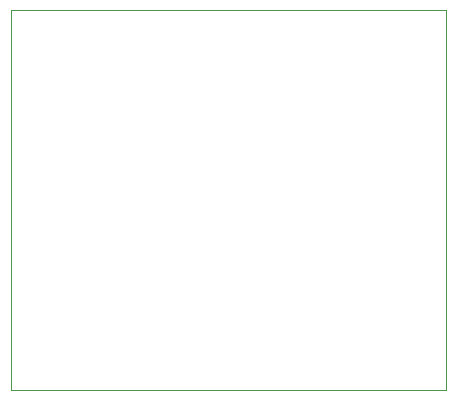
<source format=gbr>
%TF.GenerationSoftware,KiCad,Pcbnew,8.0.4-8.0.4-0~ubuntu20.04.1*%
%TF.CreationDate,2024-10-25T22:34:00+02:00*%
%TF.ProjectId,home_auto,686f6d65-5f61-4757-946f-2e6b69636164,rev?*%
%TF.SameCoordinates,Original*%
%TF.FileFunction,Profile,NP*%
%FSLAX46Y46*%
G04 Gerber Fmt 4.6, Leading zero omitted, Abs format (unit mm)*
G04 Created by KiCad (PCBNEW 8.0.4-8.0.4-0~ubuntu20.04.1) date 2024-10-25 22:34:00*
%MOMM*%
%LPD*%
G01*
G04 APERTURE LIST*
%TA.AperFunction,Profile*%
%ADD10C,0.050000*%
%TD*%
G04 APERTURE END LIST*
D10*
X73500000Y-82675000D02*
X110300000Y-82675000D01*
X110300000Y-114865000D01*
X73500000Y-114865000D01*
X73500000Y-82675000D01*
M02*

</source>
